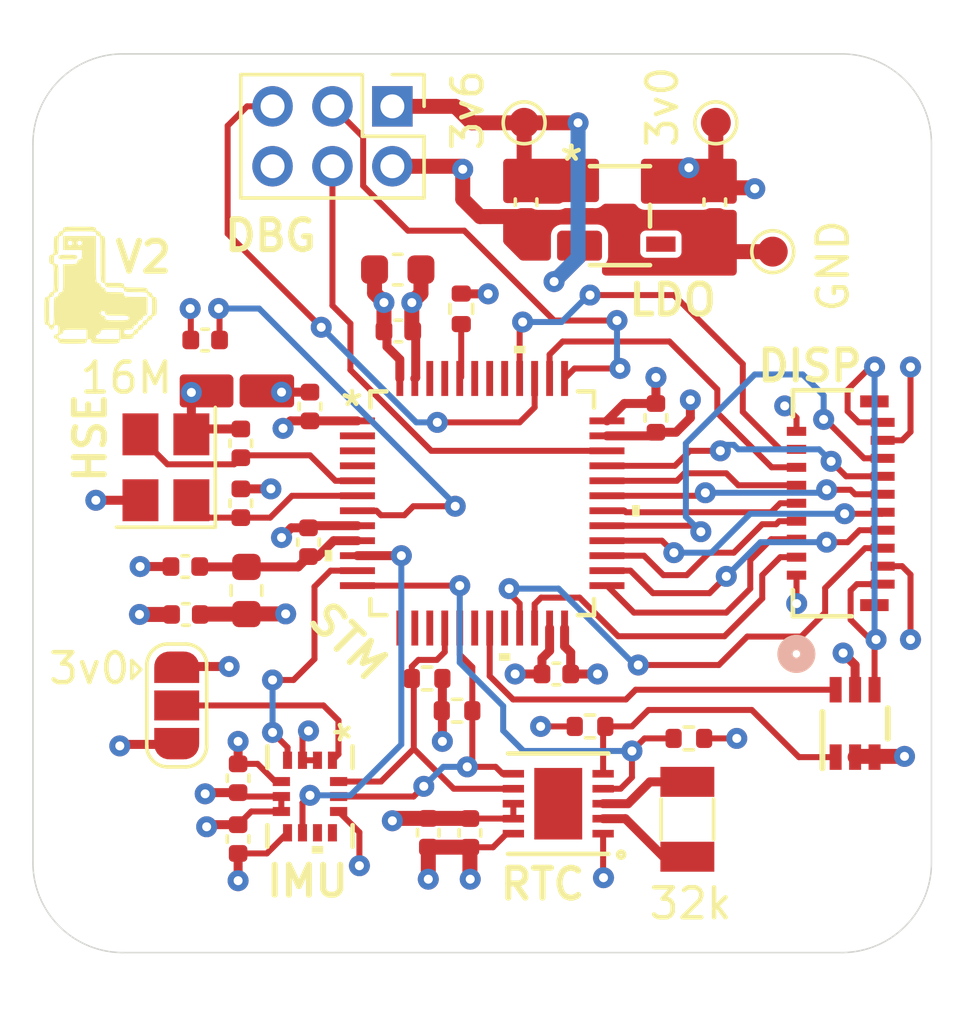
<source format=kicad_pcb>
(kicad_pcb (version 20240108) (generator "pcbnew") (generator_version "8.0")
  (layers (0 "F.Cu" signal) (1 "In1.Cu" signal) (2 "In2.Cu" power) (31 "B.Cu" signal) (34 "B.Paste" user) (35 "F.Paste" user) (36 "B.SilkS" user "B.Silkscreen") (37 "F.SilkS" user "F.Silkscreen") (38 "B.Mask" user) (39 "F.Mask" user) (44 "Edge.Cuts" user))
  (net 0 "")
  (net 1 "GND")
  (net 2 "+3V0")
  (net 3 "+3V0A")
  (net 4 "/NRST")
  (net 5 "+3V6")
  (net 6 "/HSE_Out")
  (net 7 "/HSE_In")
  (net 8 "/SI0")
  (net 9 "/XRST")
  (net 10 "/Vcom")
  (net 11 "/SI3")
  (net 12 "/DISP_SCLK")
  (net 13 "/SI7")
  (net 14 "/SI6")
  (net 15 "/SI1")
  (net 16 "/SI5")
  (net 17 "/DEN")
  (net 18 "/SI2")
  (net 19 "/ENBS")
  (net 20 "/SI4")
  (net 21 "/DBG_SWDIO")
  (net 22 "/RTC_CLKO")
  (net 23 "/DBG_SWO")
  (net 24 "/DBG_SWCLK")
  (net 25 "Net-(JP2-C)")
  (net 26 "/BOOT0")
  (net 27 "/RTC_INT")
  (net 28 "/I2C_SDA")
  (net 29 "/I2C_SCL")
  (net 33 "/IMU_INT1")
  (net 41 "unconnected-(U1-PB2-Pad20)")
  (net 42 "/IMU_INT2")
  (net 43 "/ENBG")
  (net 44 "Net-(U2-X1)")
  (net 46 "Net-(U2-X2)")
  (net 50 "/Vcom_Sel")
  (net 53 "GND_HSE")
  (footprint "Capacitor_SMD:C_0402_1005Metric" (layer "F.Cu") (at 90.75 94.55 180)
    (property "Reference" "C3" (hide yes))
    (property "Value" "100nF" (hide yes))
  )
  (footprint "MountingHole:MountingHole_2.2mm_M2" (layer "F.Cu") (at 88 112)
    (property "Reference" "H1" (hide yes))
    (property "Value" "MountingHole" (hide yes))
  )
  (footprint "MountingHole:MountingHole_2.2mm_M2" (layer "F.Cu") (at 112 88)
    (property "Reference" "H3" (hide yes))
    (property "Value" "MountingHole" (hide yes))
  )
  (footprint "Capacitor_SMD:C_0402_1005Metric" (layer "F.Cu") (at 94.2 101.3 90)
    (property "Reference" "C2" (hide yes))
    (property "Value" "10nF" (hide yes))
  )
  (footprint "Connector_PinHeader_2.00mm:PinHeader_2x03_P2.00mm_Vertical" (layer "F.Cu") (at 97 86.75 -90)
    (property "Reference" "J2" (hide yes))
    (property "Value" "DBG_Con" (hide yes))
  )
  (footprint "Capacitor_SMD:C_0402_1005Metric" (layer "F.Cu") (at 107.76525 89.950001 -90)
    (property "Reference" "C15" (hide yes))
    (property "Value" "1uF" (hide yes))
  )
  (footprint "Capacitor_SMD:C_0402_1005Metric" (layer "F.Cu") (at 91.94 100 90)
    (property "Reference" "C16" (hide yes))
    (property "Value" "10pF" (hide yes))
  )
  (footprint "Resistor_SMD:R_0402_1005Metric" (layer "F.Cu") (at 99.16 106.925)
    (property "Reference" "R5" (hide yes))
    (property "Value" "1.8K" (hide yes))
  )
  (footprint "TestPoint:TestPoint_Pad_D1.0mm" (layer "F.Cu") (at 101.4 87.3)
    (property "Reference" "TP1" (hide yes))
    (property "Value" "TestPoint" (hide yes))
  )
  (footprint "Resistor_SMD:R_0402_1005Metric" (layer "F.Cu") (at 99.3 93.51 90)
    (property "Reference" "R1" (hide yes))
    (property "Value" "10k" (hide yes))
  )
  (footprint "Capacitor_SMD:C_0402_1005Metric" (layer "F.Cu") (at 91.85 109.18 -90)
    (property "Reference" "C13" (hide yes))
    (property "Value" "100nF" (hide yes))
  )
  (footprint "Crystal:Crystal_SMD_3225-4Pin_3.2x2.5mm" (layer "F.Cu") (at 89.44 98.8 90)
    (property "Reference" "Y2" (hide yes))
    (property "Value" "16MHz" (hide yes))
  )
  (footprint "SN74LVC1G3157DCKR:DCK0006A_N" (layer "F.Cu") (at 112.45 107.35 90)
    (property "Reference" "U5" (hide yes))
    (property "Value" "SN74LVC1G3157DCKR" (hide yes))
  )
  (footprint "Capacitor_SMD:C_0603_1608Metric" (layer "F.Cu") (at 97.18 92.2)
    (property "Reference" "C9" (hide yes))
    (property "Value" "10uF" (hide yes))
  )
  (footprint "FPC 19-pin, 0.3mm pitch:CONN19_FH35C-19S-0.3SHW99_HIR" (layer "F.Cu") (at 112 100 90)
    (property "Reference" "J1" (hide yes))
    (property "Value" "FH35C-19S-0.3SHW99" (hide yes))
  )
  (footprint "MountingHole:MountingHole_2.2mm_M2" (layer "F.Cu") (at 112 112)
    (property "Reference" "H4" (hide yes))
    (property "Value" "MountingHole" (hide yes))
  )
  (footprint "MountingHole:MountingHole_2.2mm_M2" (layer "F.Cu") (at 88 88)
    (property "Reference" "H2" (hide yes))
    (property "Value" "MountingHole" (hide yes))
  )
  (footprint "STM32U031C8:LQFP48_STM-L" (layer "F.Cu") (at 100 100)
    (property "Reference" "U1" (hide yes))
    (property "Value" "STM32U031C8T6" (hide yes))
  )
  (footprint "Inductor_SMD:L_0603_1608Metric" (layer "F.Cu") (at 92.1275 102.9125 -90)
    (property "Reference" "FB1" (hide yes))
    (property "Value" "120R@100MHz" (hide yes))
  )
  (footprint "MAX31331TETB+:21-0137_T1033-1C_MXM" (layer "F.Cu") (at 102.5386 110.029999 180)
    (property "Reference" "U2" (hide yes))
    (property "Value" "MAX31331TETB+" (hide yes))
  )
  (footprint "LSM6DSRTR:LGA-14L_2P5X3X0P83_STM-L" (layer "F.Cu") (at 94.25 109.79 -90)
    (property "Reference" "U3" (hide yes))
    (property "Value" "LSM6DSRTR" (hide yes))
  )
  (footprint "Resistor_SMD:R_0402_1005Metric" (layer "F.Cu") (at 98.16 105.85 180)
    (property "Reference" "R4" (hide yes))
    (property "Value" "1.8K" (hide yes))
  )
  (footprint "Crystal:Crystal_SMD_3215-2Pin_3.2x1.5mm" (layer "F.Cu") (at 106.85 110.55 90)
    (property "Reference" "Y1" (hide yes))
    (property "Value" "32.768K" (hide yes))
  )
  (footprint "LDO 3.0V Iq=25nA:SOT23_DBV_TEX" (layer "F.Cu") (at 104.6 90.4)
    (property "Reference" "U4" (hide yes))
    (property "Value" "TPS7A0230PDBVR" (hide yes))
  )
  (footprint "Capacitor_SMD:C_0402_1005Metric" (layer "F.Cu") (at 99.59 111.005 90)
    (property "Reference" "C11" (hide yes))
    (property "Value" "100nF" (hide yes))
  )
  (footprint "Capacitor_SMD:C_0402_1005Metric" (layer "F.Cu") (at 105.8 97.15 -90)
    (property "Reference" "C6" (hide yes))
    (property "Value" "100nF" (hide yes))
  )
  (footprint "Capacitor_SMD:C_0402_1005Metric" (layer "F.Cu") (at 94.25 96.77 90)
    (property "Reference" "C4" (hide yes))
    (property "Value" "100nF" (hide yes))
  )
  (footprint "TestPoint:TestPoint_Pad_D1.0mm" (layer "F.Cu") (at 107.8 87.3)
    (property "Reference" "TP2" (hide yes))
    (property "Value" "TestPoint" (hide yes))
  )
  (footprint "Capacitor_SMD:C_0402_1005Metric" (layer "F.Cu") (at 102.475 105.7 180)
    (property "Reference" "C8" (hide yes))
    (property "Value" "100nF" (hide yes))
  )
  (footprint "Jumper:SolderJumper-3_P1.3mm_Open_RoundedPad1.0x1.5mm" (layer "F.Cu") (at 89.8 106.75 -90)
    (property "Reference" "JP2" (hide yes))
    (property "Value" "SolderJumper_3_Open" (hide yes))
  )
  (footprint "Capacitor_SMD:C_0402_1005Metric" (layer "F.Cu") (at 91.85 111.21 90)
    (property "Reference" "C12" (hide yes))
    (property "Value" "100nF" (hide yes))
  )
  (footprint "LOGO" (layer "F.Cu") (at 87.260001 92.798154)
    (property "Reference" "G***" (hide yes))
    (property "Value" "LOGO" (hide yes))
  )
  (footprint "Capacitor_SMD:C_0402_1005Metric" (layer "F.Cu") (at 91.94 98 90)
    (property "Reference" "C17" (hide yes))
    (property "Value" "10pF" (hide yes))
  )
  (footprint "TestPoint:TestPoint_Pad_D1.0mm" (layer "F.Cu") (at 109.7 91.6 180)
    (property "Reference" "TP3" (hide yes))
    (property "Value" "TestPoint" (hide yes))
  )
  (footprint "Capacitor_SMD:C_0402_1005Metric" (layer "F.Cu") (at 101.46525 89.950001 -90)
    (property "Reference" "C14" (hide yes))
    (property "Value" "1uF" (hide yes))
  )
  (footprint "Capacitor_SMD:C_0402_1005Metric" (layer "F.Cu") (at 90.0875 102.1125 180)
    (property "Reference" "C5" (hide yes))
    (property "Value" "1uF" (hide yes))
  )
  (footprint "Capacitor_SMD:C_0402_1005Metric" (layer "F.Cu") (at 90.1075 103.7125 180)
    (property "Reference" "C7" (hide yes))
    (property "Value" "1uF" (hide yes))
  )
  (footprint "Resistor_SMD:R_0402_1005Metric" (layer "F.Cu") (at 103.6 107.45 180)
    (property "Reference" "R3" (hide yes))
    (property "Value" "10k" (hide yes))
  )
  (footprint "Resistor_SMD:R_0402_1005Metric" (layer "F.Cu") (at 106.9 107.85 180)
    (property "Reference" "R2" (hide yes))
    (property "Value" "10k" (hide yes))
  )
  (footprint "Capacitor_SMD:C_0402_1005Metric" (layer "F.Cu") (at 97.2 94.25)
    (property "Reference" "C1" (hide yes))
    (property "Value" "100nF" (hide yes))
  )
  (footprint "Capacitor_SMD:C_0402_1005Metric" (layer "F.Cu") (at 98.2 111 90)
    (property "Reference" "C10" (hide yes))
    (property "Value" "1uF" (hide yes))
  )
  (gr_line (start 112 115) (end 88 115) (stroke (width 0.05)) (layer "Edge.Cuts"))
  (gr_arc (start 112 85) (mid 114.12132 85.87868) (end 115 88) (stroke (width 0.05)) (layer "Edge.Cuts"))
  (gr_line (start 115 88) (end 115 112) (stroke (width 0.05)) (layer "Edge.Cuts"))
  (gr_arc (start 115 112) (mid 114.12132 114.12132) (end 112 115) (stroke (width 0.05)) (layer "Edge.Cuts"))
  (gr_line (start 88 85) (end 112 85) (stroke (width 0.05)) (layer "Edge.Cuts"))
  (gr_line (start 85 112) (end 85 88) (stroke (width 0.05)) (layer "Edge.Cuts"))
  (gr_arc (start 88 115) (mid 85.87868 114.12132) (end 85 112) (stroke (width 0.05)) (layer "Edge.Cuts"))
  (gr_arc (start 85 88) (mid 85.87868 85.87868) (end 88 85) (stroke (width 0.05)) (layer "Edge.Cuts"))
  (gr_text "32k" (at 105.5 113.95 0) (layer "F.SilkS") (effects (font (size 1 1)) (justify left bottom)))
  (gr_text "V2" (at 87.65 92.37 0) (layer "F.SilkS") (effects (font (size 1 1) (thickness 0.2) (bold yes)) (justify left bottom)))
  (gr_text "DISP" (at 109.1 96 0) (layer "F.SilkS") (effects (font (size 1 1) (thickness 0.2) (bold yes)) (justify left bottom)))
  (gr_text "LDO" (at 104.8 93.8 0) (layer "F.SilkS") (effects (font (size 1 1) (thickness 0.2) (bold yes)) (justify left bottom)))
  (gr_text "3v6" (at 100.1 88.31 90) (layer "F.SilkS") (effects (font (size 1 1)) (justify left bottom)))
  (gr_text "STM" (at 94.01 103.92 315) (layer "F.SilkS") (effects (font (size 1 1) (thickness 0.2) (bold yes)) (justify left bottom)))
  (gr_text "DBG" (at 91.3 91.65 0) (layer "F.SilkS") (effects (font (size 1 1) (thickness 0.2) (bold yes)) (justify left bottom)))
  (gr_text "IMU" (at 92.7 113.2 0) (layer "F.SilkS") (effects (font (size 1 1) (thickness 0.2) (bold yes)) (justify left bottom)))
  (gr_text "3v0" (at 85.45 106.1 0) (layer "F.SilkS") (effects (font (size 1 1)) (justify left bottom)))
  (gr_text "16M" (at 86.5 96.4 0) (layer "F.SilkS") (effects (font (size 1 1)) (justify left bottom)))
  (gr_text "HSE" (at 87.5 99.4 90) (layer "F.SilkS") (effects (font (size 1 1) (thickness 0.2) (bold yes)) (justify left bottom)))
  (gr_text "GND" (at 112.3 93.7 90) (layer "F.SilkS") (effects (font (size 1 1)) (justify left bottom)))
  (gr_text "3v0" (at 106.6 88.2 90) (layer "F.SilkS") (effects (font (size 1 1)) (justify left bottom)))
  (gr_text "RTC" (at 100.5 113.3 0) (layer "F.SilkS") (effects (font (size 1 1) (thickness 0.2) (bold yes)) (justify left bottom)))
  (segment (start 104.0372 111.03) (end 104.0372 112.4872) (width 0.2) (layer "F.Cu") (net 1))
  (segment (start 101.995 105.7) (end 101.1 105.7) (width 0.3) (layer "F.Cu") (net 1))
  (segment (start 101.04 110.529998) (end 101.04 110.029999) (width 0.2) (layer "F.Cu") (net 1))
  (segment (start 99.31 93.01) (end 99.3 93) (width 0.3) (layer "F.Cu") (net 1))
  (segment (start 90.79 109.66) (end 90.75 109.7) (width 0.3) (layer "F.Cu") (net 1))
  (segment (start 93.2937 109.79) (end 93.2937 110.289999) (width 0.2) (layer "F.Cu") (net 1))
  (segment (start 87.95 108.05) (end 89.8 108.05) (width 0.3) (layer "F.Cu") (net 1))
  (segment (start 99.35 88.85) (end 99.25 88.75) (width 0.5) (layer "F.Cu") (net 1))
  (segment (start 114.018389 102.100001) (end 113.399289 102.100001) (width 0.2) (layer "F.Cu") (net 1))
  (segment (start 100.2 93.01) (end 99.31 93.01) (width 0.3) (layer "F.Cu") (net 1))
  (segment (start 94 108.5797) (end 94.5 108.5797) (width 0.2) (layer "F.Cu") (net 1))
  (segment (start 90.8 110.8) (end 90.87 110.73) (width 0.3) (layer "F.Cu") (net 1))
  (segment (start 105.8 97.63) (end 105.680001 97.749999) (width 0.3) (layer "F.Cu") (net 1))
  (segment (start 114.3 95.45) (end 114.3 97.618388) (width 0.2) (layer "F.Cu") (net 1))
  (segment (start 87.9 108.1) (end 87.95 108.05) (width 0.3) (layer "F.Cu") (net 1))
  (segment (start 101.995 105.18) (end 101.995 105.7) (width 0.3) (layer "F.Cu") (net 1))
  (segment (start 97.955 92.2) (end 97.955 92.995) (width 0.5) (layer "F.Cu") (net 1))
  (segment (start 101.035002 110.525) (end 101.04 110.529998) (width 0.2) (layer "F.Cu") (net 1))
  (segment (start 94 108.5797) (end 94 107.8) (width 0.2) (layer "F.Cu") (net 1))
  (segment (start 98.2 110.52) (end 99.585 110.52) (width 0.5) (layer "F.Cu") (net 1))
  (segment (start 94.2 100.82) (end 94.269999 100.750001) (width 0.3) (layer "F.Cu") (net 1))
  (segment (start 106.47 97.63) (end 106.95 97.15) (width 0.3) (layer "F.Cu") (net 1))
  (segment (start 94 107.8) (end 94.2 107.6) (width 0.2) (layer "F.Cu") (net 1))
  (segment (start 104.0372 112.4872) (end 104.05 112.5) (width 0.2) (layer "F.Cu") (net 1))
  (segment (start 112.474999 108.45) (end 112.45 108.474999) (width 0.5) (layer "F.Cu") (net 1))
  (segment (start 98.2 110.52) (end 97.08 110.52) (width 0.5) (layer "F.Cu") (net 1))
  (segment (start 97.955 92.995) (end 97.65 93.3) (width 0.5) (layer "F.Cu") (net 1))
  (segment (start 90.27 93.52) (end 90.27 94.55) (width 0.2) (layer "F.Cu") (net 1))
  (segment (start 97.78 94.2) (end 97.78 95.804399) (width 0.3) (layer "F.Cu") (net 1))
  (segment (start 107.76525 90.430001) (end 107.76525 91.16525) (width 0.5) (layer "F.Cu") (net 1))
  (segment (start 91.85 109.66) (end 90.79 109.66) (width 0.3) (layer "F.Cu") (net 1))
  (segment (start 97.65 94.22) (end 97.68 94.25) (width 0.5) (layer "F.Cu") (net 1))
  (segment (start 93.3 96.29) (end 94.25 96.29) (width 0.3) (layer "F.Cu") (net 1))
  (segment (start 114.018389 97.899999) (end 113.399289 97.899999) (width 0.2) (layer "F.Cu") (net 1))
  (segment (start 88.5775 102.1125) (end 89.6075 102.1125) (width 0.3) (layer "F.Cu") (net 1))
  (segment (start 93.3 101.145126) (end 93.625126 100.82) (width 0.3) (layer "F.Cu") (net 1))
  (segment (start 93.2937 109.79) (end 91.98 109.79) (width 0.2) (layer "F.Cu") (net 1))
  (segment (start 114.1 108.45) (end 112.474999 108.45) (width 0.5) (layer "F.Cu") (net 1))
  (segment (start 97.78 95.804399) (end 97.749999 95.8344) (width 0.3) (layer "F.Cu") (net 1))
  (segment (start 97.65 93.3) (end 97.65 94.22) (width 0.5) (layer "F.Cu") (net 1))
  (segment (start 99.930001 90.430001) (end 101.46525 90.430001) (width 0.5) (layer "F.Cu") (net 1))
  (segment (start 114.3 102.381612) (end 114.018389 102.100001) (width 0.2) (layer "F.Cu") (net 1))
  (segment (start 91.98 109.79) (end 91.85 109.66) (width 0.2) (layer "F.Cu") (net 1))
  (segment (start 93.625126 100.82) (end 94.2 100.82) (width 0.3) (layer "F.Cu") (net 1))
  (segment (start 92.290001 110.289999) (end 91.85 110.73) (width 0.2) (layer "F.Cu") (net 1))
  (segment (start 99.35 89.85) (end 99.930001 90.430001) (width 0.5) (layer "F.Cu") (net 1))
  (segment (start 99.59 110.525) (end 101.035002 110.525) (width 0.2) (layer "F.Cu") (net 1))
  (segment (start 114.3 97.618388) (end 114.018389 97.899999) (width 0.2) (layer "F.Cu") (net 1))
  (segment (start 97.08 110.52) (end 97 110.6) (width 0.5) (layer "F.Cu") (net 1))
  (segment (start 90.25 93.5) (end 90.27 93.52) (width 0.2) (layer "F.Cu") (net 1))
  (segment (start 102.250001 104.924999) (end 101.995 105.18) (width 0.3) (layer "F.Cu") (net 1))
  (segment (start 93.2937 110.289999) (end 92.290001 110.289999) (width 0.2) (layer "F.Cu") (net 1))
  (segment (start 99.25 88.75) (end 97 88.75) (width 0.5) (layer "F.Cu") (net 1))
  (segment (start 105.8 97.63) (end 106.47 97.63) (width 0.3) (layer "F.Cu") (net 1))
  (segment (start 94.269999 100.750001) (end 95.8344 100.750001) (width 0.3) (layer "F.Cu") (net 1))
  (segment (start 114.3 104.55) (end 114.3 102.381612) (width 0.2) (layer "F.Cu") (net 1))
  (segment (start 108.2 91.6) (end 109.7 91.6) (width 0.5) (layer "F.Cu") (net 1))
  (segment (start 90.87 110.73) (end 91.85 110.73) (width 0.3) (layer "F.Cu") (net 1))
  (segment (start 99.585 110.52) (end 99.59 110.525) (width 0.5) (layer "F.Cu") (net 1))
  (segment (start 106.95 97.15) (end 106.95 96.55) (width 0.3) (layer "F.Cu") (net 1))
  (segment (start 89.6275 103.7125) (end 88.5575 103.7125) (width 0.5) (layer "F.Cu") (net 1))
  (segment (start 99.35 88.85) (end 99.35 89.85) (width 0.5) (layer "F.Cu") (net 1))
  (segment (start 105.680001 97.749999) (end 104.1656 97.749999) (width 0.3) (layer "F.Cu") (net 1))
  (segment (start 102.250001 104.1656) (end 102.250001 104.924999) (width 0.3) (layer "F.Cu") (net 1))
  (segment (start 107.76525 91.16525) (end 108.2 91.6) (width 0.5) (layer "F.Cu") (net 1))
  (via (at 93.3 96.29) (size 0.7) (drill 0.3) (layers "F.Cu" "B.Cu") (net 1))
  (via (at 88.5775 102.1125) (size 0.7) (drill 0.3) (layers "F.Cu" "B.Cu") (net 1))
  (via (at 114.3 95.45) (size 0.7) (drill 0.3) (layers "F.Cu" "B.Cu") (net 1))
  (via (at 90.75 109.7) (size 0.7) (drill 0.3) (layers "F.Cu" "B.Cu") (net 1))
  (via (at 114.3 104.55) (size 0.7) (drill 0.3) (layers "F.Cu" "B.Cu") (net 1))
  (via (at 100.2 93.01) (size 0.7) (drill 0.3) (layers "F.Cu" "B.Cu") (net 1))
  (via (at 88.5575 103.7125) (size 0.7) (drill 0.3) (layers "F.Cu" "B.Cu") (net 1))
  (via (at 90.25 93.5) (size 0.7) (drill 0.3) (layers "F.Cu" "B.Cu") (net 1))
  (via (at 97 110.6) (size 0.7) (drill 0.3) (layers "F.Cu" "B.Cu") (net 1))
  (via (at 99.35 88.85) (size 0.7) (drill 0.3) (layers "F.Cu" "B.Cu") (net 1))
  (via (at 97.65 93.3) (size 0.7) (drill 0.3) (layers "F.Cu" "B.Cu") (net 1))
  (via (at 114.1 108.45) (size 0.7) (drill 0.3) (layers "F.Cu" "B.Cu") (net 1))
  (via (at 87.9 108.1) (size 0.7) (drill 0.3) (layers "F.Cu" "B.Cu") (net 1))
  (via (at 94.2 107.6) (size 0.7) (drill 0.3) (layers "F.Cu" "B.Cu") (net 1))
  (via (at 104.05 112.5) (size 0.7) (drill 0.3) (layers "F.Cu" "B.Cu") (net 1))
  (via (at 106.95 96.55) (size 0.7) (drill 0.3) (layers "F.Cu" "B.Cu") (net 1))
  (via (at 93.3 101.145126) (size 0.7) (drill 0.3) (layers "F.Cu" "B.Cu") (net 1))
  (via (at 90.8 110.8) (size 0.7) (drill 0.3) (layers "F.Cu" "B.Cu") (net 1))
  (via (at 101.1 105.7) (size 0.7) (drill 0.3) (layers "F.Cu" "B.Cu") (net 1))
  (segment (start 98.2 111.48) (end 98.2 112.55) (width 0.5) (layer "F.Cu") (net 2))
  (segment (start 95.9 112.1) (end 95.9 110.983699) (width 0.2) (layer "F.Cu") (net 2))
  (segment (start 96.72 93.3) (end 96.72 94.25) (width 0.5) (layer "F.Cu") (net 2))
  (segment (start 96.405 92.985) (end 96.72 93.3) (width 0.5) (layer "F.Cu") (net 2))
  (segment (start 110.1 96.75) (end 110.494288 97.144288) (width 0.2) (layer "F.Cu") (net 2))
  (segment (start 91.85 108.7) (end 91.85 107.95) (width 0.3) (layer "F.Cu") (net 2))
  (segment (start 92.133821 103.693679) (end 92.1275 103.7) (width 0.5) (layer "F.Cu") (net 2))
  (segment (start 102.75 104.775) (end 102.955 104.98) (width 0.3) (layer "F.Cu") (net 2))
  (segment (start 105.8 96.67) (end 104.7456 96.67) (width 0.3) (layer "F.Cu") (net 2))
  (segment (start 100.36 111.485) (end 99.59 111.485) (width 0.2) (layer "F.Cu") (net 2))
  (segment (start 106.615249 88.8) (end 107.095249 88.8) (width 0.5) (layer "F.Cu") (net 2))
  (segment (start 107.8 89.435251) (end 107.76525 89.470001) (width 0.5) (layer "F.Cu") (net 2))
  (segment (start 92.810299 111.69) (end 93.499999 111.0003) (width 0.2) (layer "F.Cu") (net 2))
  (segment (start 98.67 105.85) (end 98.67 106.905) (width 0.3) (layer "F.Cu") (net 2))
  (segment (start 99.585 111.48) (end 99.59 111.485) (width 0.5) (layer "F.Cu") (net 2))
  (segment (start 99.59 112.54) (end 99.6 112.55) (width 0.5) (layer "F.Cu") (net 2))
  (segment (start 107.41 107.85) (end 108.5 107.85) (width 0.2) (layer "F.Cu") (net 2))
  (segment (start 90.6 103.7) (end 90.5875 103.7125) (width 0.5) (layer "F.Cu") (net 2))
  (segment (start 103.09 107.45) (end 101.95 107.45) (width 0.2) (layer "F.Cu") (net 2))
  (segment (start 101.04 111.03) (end 100.815 111.03) (width 0.2) (layer "F.Cu") (net 2))
  (segment (start 98.2 111.48) (end 99.585 111.48) (width 0.5) (layer "F.Cu") (net 2))
  (segment (start 107.76525 89.470001) (end 109.070001 89.470001) (width 0.5) (layer "F.Cu") (net 2))
  (segment (start 112.05 105) (end 112.45 105.4) (width 0.3) (layer "F.Cu") (net 2))
  (segment (start 102.75 104.1656) (end 102.75 104.775) (width 0.3) (layer "F.Cu") (net 2))
  (segment (start 105.96525 89.449999) (end 106.615249 88.8) (width 0.5) (layer "F.Cu") (net 2))
  (segment (start 92.5 108.7) (end 93.090001 109.290001) (width 0.2) (layer "F.Cu") (net 2))
  (segment (start 98.67 107.95) (end 98.67 106.945) (width 0.3) (layer "F.Cu") (net 2))
  (segment (start 112.45 105.4) (end 112.45 106.224998) (width 0.3) (layer "F.Cu") (net 2))
  (segment (start 94.25 97.25) (end 93.6 97.25) (width 0.3) (layer "F.Cu") (net 2))
  (segment (start 104.7456 96.67) (end 104.1656 97.25) (width 0.3) (layer "F.Cu") (net 2))
  (segment (start 93.438122 103.693679) (end 92.133821 103.693679) (width 0.5) (layer "F.Cu") (net 2))
  (segment (start 110.494288 102.4) (end 110.494288 103.344288) (width 0.2) (layer "F.Cu") (net 2))
  (segment (start 100.815 111.03) (end 100.36 111.485) (width 0.2) (layer "F.Cu") (net 2))
  (segment (start 91.85 111.69) (end 92.810299 111.69) (width 0.2) (layer "F.Cu") (net 2))
  (segment (start 94.25 97.25) (end 95.8344 97.25) (width 0.3) (layer "F.Cu") (net 2))
  (segment (start 91.85 111.69) (end 91.85 112.6) (width 0.3) (layer "F.Cu") (net 2))
  (segment (start 98.67 106.905) (end 98.65 106.925) (width 0.3) (layer "F.Cu") (net 2))
  (segment (start 109.070001 89.470001) (end 109.1 89.5) (width 0.5) (layer "F.Cu") (net 2))
  (segment (start 107.8 87.3) (end 107.8 89.435251) (width 0.5) (layer "F.Cu") (net 2))
  (segment (start 95.9 110.983699) (end 95.2063 110.289999) (width 0.2) (layer "F.Cu") (net 2))
  (segment (start 110.494288 103.344288) (end 110.5 103.35) (width 0.2) (layer "F.Cu") (net 2))
  (segment (start 102.955 104.98) (end 102.955 105.7) (width 0.3) (layer "F.Cu") (net 2))
  (segment (start 96.82 94.77) (end 96.82 94.2) (width 0.3) (layer "F.Cu") (net 2))
  (segment (start 110.494288 97.144288) (end 110.494288 97.6) (width 0.2) (layer "F.Cu") (net 2))
  (segment (start 97.25 95.8344) (end 97.25 95.2) (width 0.3) (layer "F.Cu") (net 2))
  (segment (start 93.090001 109.290001) (end 93.2937 109.290001) (width 0.2) (layer "F.Cu") (net 2))
  (segment (start 98.67 106.945) (end 98.65 106.925) (width 0.3) (layer "F.Cu") (net 2))
  (segment (start 105.8 96.67) (end 105.8 95.8) (width 0.3) (layer "F.Cu") (net 2))
  (segment (start 97.25 95.2) (end 96.82 94.77) (width 0.3) (layer "F.Cu") (net 2))
  (segment (start 93.6 97.25) (end 93.35 97.5) (width 0.3) (layer "F.Cu") (net 2))
  (segment (start 89.8 105.45) (end 91.55 105.45) (width 0.3) (layer "F.Cu") (net 2))
  (segment (start 107.095249 88.8) (end 107.76525 89.470001) (width 0.5) (layer "F.Cu") (net 2))
  (segment (start 99.59 111.485) (end 99.59 112.54) (width 0.5) (layer "F.Cu") (net 2))
  (segment (start 103.85 105.7) (end 102.955 105.7) (width 0.3) (layer "F.Cu") (net 2))
  (segment (start 96.405 92.2) (end 96.405 92.985) (width 0.5) (layer "F.Cu") (net 2))
  (segment (start 92.1275 103.7) (end 90.6 103.7) (width 0.5) (layer "F.Cu") (net 2))
  (segment (start 91.85 108.7) (end 92.5 108.7) (width 0.2) (layer "F.Cu") (net 2))
  (via (at 99.6 112.55) (size 0.7) (drill 0.3) (layers "F.Cu" "B.Cu") (net 2))
  (via (at 112.05 105) (size 0.7) (drill 0.3) (layers "F.Cu" "B.Cu") (net 2))
  (via (at 106.9 88.8) (size 0.7) (drill 0.3) (layers "F.Cu" "B.Cu") (net 2))
  (via (at 101.95 107.45) (size 0.7) (drill 0.3) (layers "F.Cu" "B.Cu") (net 2))
  (via (at 110.1 96.75) (size 0.7) (drill 0.3) (layers "F.Cu" "B.Cu") (net 2))
  (via (at 98.2 112.55) (size 0.7) (drill 0.3) (layers "F.Cu" "B.Cu") (net 2))
  (via (at 110.5 103.35) (size 0.7) (drill 0.3) (layers "F.Cu" "B.Cu") (net 2))
  (via (at 105.8 95.8) (size 0.7) (drill 0.3) (layers "F.Cu" "B.Cu") (net 2))
  (via (at 109.1 89.5) (size 0.7) (drill 0.3) (layers "F.Cu" "B.Cu") (net 2))
  (via (at 93.438122 103.693679) (size 0.7) (drill 0.3) (layers "F.Cu" "B.Cu") (net 2))
  (via (at 91.55 105.45) (size 0.7) (drill 0.3) (layers "F.Cu" "B.Cu") (net 2))
  (via (at 103.85 105.7) (size 0.7) (drill 0.3) (layers "F.Cu" "B.Cu") (net 2))
  (via (at 96.72 93.3) (size 0.7) (drill 0.3) (layers "F.Cu" "B.Cu") (net 2))
  (via (at 98.67 107.95) (size 0.7) (drill 0.3) (layers "F.Cu" "B.Cu") (net 2))
  (via (at 91.85 107.95) (size 0.7) (drill 0.3) (layers "F.Cu" "B.Cu") (net 2))
  (via (at 93.35 97.5) (size 0.7) (drill 0.3) (layers "F.Cu" "B.Cu") (net 2))
  (via (at 91.85 112.6) (size 0.7) (drill 0.3) (layers "F.Cu" "B.Cu") (net 2))
  (via (at 108.5 107.85) (size 0.7) (drill 0.3) (layers "F.Cu" "B.Cu") (net 2))
  (via (at 95.9 112.1) (size 0.7) (drill 0.3) (layers "F.Cu" "B.Cu") (net 2))
  (segment (start 90.58 102.125) (end 90.5675 102.1125) (width 0.3) (layer "F.Cu") (net 3))
  (segment (start 94.2 101.78) (end 94.509999 101.78) (width 0.3) (layer "F.Cu") (net 3))
  (segment (start 93.855 102.125) (end 94.2 101.78) (width 0.3) (layer "F.Cu") (net 3))
  (segment (start 92.2075 102.045) (end 92.1275 102.125) (width 0.3) (layer "F.Cu") (net 3))
  (segment (start 92.1275 102.125) (end 93.855 102.125) (width 0.3) (layer "F.Cu") (net 3))
  (segment (start 95.039999 101.25) (end 95.8344 101.25) (width 0.3) (layer "F.Cu") (net 3))
  (segment (start 92.1275 102.125) (end 90.58 102.125) (width 0.3) (layer "F.Cu") (net 3))
  (segment (start 94.509999 101.78) (end 95.039999 101.25) (width 0.3) (layer "F.Cu") (net 3))
  (segment (start 91.2 93.5) (end 91.23 93.53) (width 0.2) (layer "F.Cu") (net 4))
  (segment (start 96.4686 100.25) (end 95.8344 100.25) (width 0.2) (layer "F.Cu") (net 4))
  (segment (start 97.4 100.4) (end 96.6186 100.4) (width 0.2) (layer "F.Cu") (net 4))
  (segment (start 91.23 93.53) (end 91.23 94.55) (width 0.2) (layer "F.Cu") (net 4))
  (segment (start 99.1 100.1) (end 97.7 100.1) (width 0.2) (layer "F.Cu") (net 4))
  (segment (start 97.7 100.1) (end 97.4 100.4) (width 0.2) (layer "F.Cu") (net 4))
  (segment (start 96.6186 100.4) (end 96.4686 100.25) (width 0.2) (layer "F.Cu") (net 4))
  (via (at 91.2 93.5) (size 0.7) (drill 0.3) (layers "F.Cu" "B.Cu") (net 4))
  (via (at 99.1 100.1) (size 0.7) (drill 0.3) (layers "F.Cu" "B.Cu") (net 4))
  (segment (start 99.1 100.05) (end 99.1 100.1) (width 0.2) (layer "B.Cu") (net 4))
  (segment (start 92.55 93.5) (end 99.1 100.05) (width 0.2) (layer "B.Cu") (net 4))
  (segment (start 91.2 93.5) (end 92.55 93.5) (width 0.2) (layer "B.Cu") (net 4))
  (segment (start 101.4 89.404751) (end 101.46525 89.470001) (width 0.5) (layer "F.Cu") (net 5))
  (segment (start 101.4 87.3) (end 99.65 87.3) (width 0.5) (layer "F.Cu") (net 5))
  (segment (start 99.65 87.3) (end 99.1 86.75) (width 0.5) (layer "F.Cu") (net 5))
  (segment (start 103.23475 91.76525) (end 102.4 92.6) (width 0.5) (layer "F.Cu") (net 5))
  (segment (start 103.2 87.3) (end 101.4 87.3) (width 0.5) (layer "F.Cu") (net 5))
  (segment (start 101.4 87.3) (end 101.4 89.404751) (width 0.5) (layer "F.Cu") (net 5))
  (segment (start 99.1 86.75) (end 97 86.75) (width 0.5) (layer "F.Cu") (net 5))
  (segment (start 103.23475 91.350001) (end 103.23475 91.76525) (width 0.5) (layer "F.Cu") (net 5))
  (via (at 102.4 92.6) (size 0.7) (drill 0.3) (layers "F.Cu" "B.Cu") (net 5))
  (via (at 103.2 87.3) (size 0.7) (drill 0.3) (layers "F.Cu" "B.Cu") (net 5))
  (segment (start 103.2 91.8) (end 103.2 87.3) (width 0.5) (layer "B.Cu") (net 5))
  (segment (start 102.4 92.6) (end 103.2 91.8) (width 0.5) (layer "B.Cu") (net 5))
  (segment (start 91.94 100.48) (end 90.87 100.48) (width 0.2) (layer "F.Cu") (net 6))
  (segment (start 90.87 100.48) (end 90.29 99.9) (width 0.2) (layer "F.Cu") (net 6))
  (segment (start 93.65 99.75) (end 92.92 100.48) (width 0.2) (layer "F.Cu") (net 6))
  (segment (start 95.8344 99.75) (end 93.65 99.75) (width 0.2) (layer "F.Cu") (net 6))
  (segment (start 92.92 100.48) (end 91.94 100.48) (width 0.2) (layer "F.Cu") (net 6))
  (segment (start 95.8344 99.249999) (end 95.099999 99.249999) (width 0.2) (layer "F.Cu") (net 7))
  (segment (start 95.099999 99.249999) (end 94.25 98.4) (width 0.2) (layer "F.Cu") (net 7))
  (segment (start 88.59 97.8) (end 88.59 97.7) (width 0.2) (layer "F.Cu") (net 7))
  (segment (start 94.25 98.4) (end 92.02 98.4) (width 0.2) (layer "F.Cu") (net 7))
  (segment (start 92.02 98.4) (end 91.94 98.48) (width 0.2) (layer "F.Cu") (net 7))
  (segment (start 91.72 98.7) (end 89.49 98.7) (width 0.2) (layer "F.Cu") (net 7))
  (segment (start 91.94 98.48) (end 91.72 98.7) (width 0.2) (layer "F.Cu") (net 7))
  (segment (start 89.49 98.7) (end 88.59 97.8) (width 0.2) (layer "F.Cu") (net 7))
  (segment (start 107.95 98.25) (end 106.934314 98.25) (width 0.2) (layer "F.Cu") (net 8))
  (segment (start 111.65 98.6) (end 112.149999 99.099999) (width 0.2) (layer "F.Cu") (net 8))
  (segment (start 106.934314 98.25) (end 106.434314 98.75) (width 0.2) (layer "F.Cu") (net 8))
  (segment (start 106.434314 98.75) (end 104.1656 98.75) (width 0.2) (layer "F.Cu") (net 8))
  (segment (start 112.149999 99.099999) (end 113.399289 99.099999) (width 0.2) (layer "F.Cu") (net 8))
  (via (at 111.65 98.6) (size 0.7) (drill 0.3) (layers "F.Cu" "B.Cu") (net 8))
  (via (at 107.95 98.25) (size 0.7) (drill 0.3) (layers "F.Cu" "B.Cu") (net 8))
  (segment (start 108.15 98.05) (end 107.95 98.25) (width 0.2) (layer "B.Cu") (net 8))
  (segment (start 108.55 98.2) (end 108.4 98.05) (width 0.2) (layer "B.Cu") (net 8))
  (segment (start 111.25 98.2) (end 108.55 98.2) (width 0.2) (layer "B.Cu") (net 8))
  (segment (start 108.4 98.05) (end 108.15 98.05) (width 0.2) (layer "B.Cu") (net 8))
  (segment (start 111.65 98.6) (end 111.25 98.2) (width 0.2) (layer "B.Cu") (net 8))
  (segment (start 111.45 103.65) (end 111.45 102.830189) (width 0.2) (layer "F.Cu") (net 9))
  (segment (start 100.9 103) (end 100.9 102.85) (width 0.2) (layer "F.Cu") (net 9))
  (segment (start 101.25 104.1656) (end 101.25 103.35) (width 0.2) (layer "F.Cu") (net 9))
  (segment (start 105.21 105.4) (end 107.9 105.4) (width 0.2) (layer "F.Cu") (net 9))
  (segment (start 110.65 104.45) (end 111.45 103.65) (width 0.2) (layer "F.Cu") (net 9))
  (segment (start 107.9 105.4) (end 108.85 104.45) (width 0.2) (layer "F.Cu") (net 9))
  (segment (start 108.85 104.45) (end 110.65 104.45) (width 0.2) (layer "F.Cu") (net 9))
  (segment (start 111.45 102.830189) (end 112.780189 101.5) (width 0.2) (layer "F.Cu") (net 9))
  (segment (start 112.780189 101.5) (end 113.399289 101.5) (width 0.2) (layer "F.Cu") (net 9))
  (segment (start 101.25 103.35) (end 100.9 103) (width 0.2) (layer "F.Cu") (net 9))
  (via (at 100.9 102.85) (size 0.7) (drill 0.3) (layers "F.Cu" "B.Cu") (net 9))
  (via (at 105.21 105.4) (size 0.7) (drill 0.3) (layers "F.Cu" "B.Cu") (net 9))
  (segment (start 105.21 105.4) (end 105.1 105.4) (width 0.2) (layer "B.Cu") (net 9))
  (segment (start 102.55 102.85) (end 100.9 102.85) (width 0.2) (layer "B.Cu") (net 9))
  (segment (start 105.1 105.4) (end 102.55 102.85) (width 0.2) (layer "B.Cu") (net 9))
  (segment (start 112.3 102.911986) (end 112.511986 102.7) (width 0.2) (layer "F.Cu") (net 10))
  (segment (start 113.15 104.55) (end 112.96199 104.55) (width 0.2) (layer "F.Cu") (net 10))
  (segment (start 112.2 96.930761) (end 112.569239 97.3) (width 0.2) (layer "F.Cu") (net 10))
  (segment (start 113.1 95.45) (end 112.96199 95.45) (width 0.2) (layer "F.Cu") (net 10))
  (segment (start 112.96199 95.45) (end 112.2 96.21199) (width 0.2) (layer "F.Cu") (net 10))
  (segment (start 113.099999 106.224998) (end 113.099999 104.600001) (width 0.2) (layer "F.Cu") (net 10))
  (segment (start 112.2 96.21199) (end 112.2 96.930761) (width 0.2) (layer "F.Cu") (net 10))
  (segment (start 112.511986 102.7) (end 113.399289 102.7) (width 0.2) (layer "F.Cu") (net 10))
  (segment (start 112.96199 104.55) (end 112.3 103.88801) (width 0.2) (layer "F.Cu") (net 10))
  (segment (start 113.099999 104.600001) (end 113.15 104.55) (width 0.2) (layer "F.Cu") (net 10))
  (segment (start 112.3 103.88801) (end 112.3 102.911986) (width 0.2) (layer "F.Cu") (net 10))
  (segment (start 112.569239 97.3) (end 113.399289 97.3) (width 0.2) (layer "F.Cu") (net 10))
  (via (at 113.1 95.45) (size 0.7) (drill 0.3) (layers "F.Cu" "B.Cu") (net 10))
  (via (at 113.15 104.55) (size 0.7) (drill 0.3) (layers "F.Cu" "B.Cu") (net 10))
  (segment (start 113.15 104.55) (end 113.1 104.5) (width 0.2) (layer "B.Cu") (net 10))
  (segment (start 113.1 104.5) (end 113.1 95.45) (width 0.2) (layer "B.Cu") (net 10))
  (segment (start 109.65 100.3) (end 104.8 100.3) (width 0.2) (layer "F.Cu") (net 11))
  (segment (start 109.95 100) (end 109.65 100.3) (width 0.2) (layer "F.Cu") (net 11))
  (segment (start 104.8 100.3) (end 104.75 100.25) (width 0.2) (layer "F.Cu") (net 11))
  (segment (start 110.494288 100) (end 109.95 100) (width 0.2) (layer "F.Cu") (net 11))
  (segment (start 104.75 100.25) (end 104.1656 100.25) (width 0.2) (layer "F.Cu") (net 11))
  (segment (start 111.4 97.2) (end 111.45 97.2) (width 0.2) (layer "F.Cu") (net 12))
  (segment (start 111.45 97.2) (end 112.75 98.5) (width 0.2) (layer "F.Cu") (net 12))
  (segment (start 112.75 98.5) (end 113.399289 98.5) (width 0.2) (layer "F.Cu") (net 12))
  (segment (start 107.100001 100.750001) (end 107.3 100.95) (width 0.2) (layer "F.Cu") (net 12))
  (segment (start 104.1656 100.750001) (end 107.100001 100.750001) (width 0.2) (layer "F.Cu") (net 12))
  (via (at 111.4 97.2) (size 0.7) (drill 0.3) (layers "F.Cu" "B.Cu") (net 12))
  (via (at 107.3 100.95) (size 0.7) (drill 0.3) (layers "F.Cu" "B.Cu") (net 12))
  (segment (start 110.7 95.7) (end 109.1 95.7) (width 0.2) (layer "B.Cu") (net 12))
  (segment (start 111.4 96.4) (end 110.7 95.7) (width 0.2) (layer "B.Cu") (net 12))
  (segment (start 106.8 100.45) (end 107.3 100.95) (width 0.2) (layer "B.Cu") (net 12))
  (segment (start 109.1 95.7) (end 106.8 98) (width 0.2) (layer "B.Cu") (net 12))
  (segment (start 111.4 97.2) (end 111.4 96.4) (width 0.2) (layer "B.Cu") (net 12))
  (segment (start 106.8 98) (end 106.8 100.45) (width 0.2) (layer "B.Cu") (net 12))
  (segment (start 108.15 103.65) (end 108.95 102.85) (width 0.2) (layer "F.Cu") (net 13))
  (segment (start 104.1656 102.75) (end 105.0656 103.65) (width 0.2) (layer "F.Cu") (net 13))
  (segment (start 109.65 101.2) (end 110.494288 101.2) (width 0.2) (layer "F.Cu") (net 13))
  (segment (start 105.0656 103.65) (end 108.15 103.65) (width 0.2) (layer "F.Cu") (net 13))
  (segment (start 108.95 102.85) (end 108.95 101.9) (width 0.2) (layer "F.Cu") (net 13))
  (segment (start 108.95 101.9) (end 109.65 101.2) (width 0.2) (layer "F.Cu") (net 13))
  (segment (start 112.2 101.3) (end 112.599999 100.900001) (width 0.2) (layer "F.Cu") (net 14))
  (segment (start 104.950001 102.250001) (end 104.1656 102.250001) (width 0.2) (layer "F.Cu") (net 14))
  (segment (start 111.5 101.3) (end 112.2 101.3) (width 0.2) (layer "F.Cu") (net 14))
  (segment (start 107.590381 103) (end 105.7 103) (width 0.2) (layer "F.Cu") (net 14))
  (segment (start 105.7 103) (end 104.950001 102.250001) (width 0.2) (layer "F.Cu") (net 14))
  (segment (start 112.599999 100.900001) (end 113.399289 100.900001) (width 0.2) (layer "F.Cu") (net 14))
  (segment (start 108.15 102.440381) (end 107.590381 103) (width 0.2) (layer "F.Cu") (net 14))
  (via (at 111.5 101.3) (size 0.7) (drill 0.3) (layers "F.Cu" "B.Cu") (net 14))
  (via (at 108.15 102.440381) (size 0.7) (drill 0.3) (layers "F.Cu" "B.Cu") (net 14))
  (segment (start 109.290381 101.3) (end 111.5 101.3) (width 0.2) (layer "B.Cu") (net 14))
  (segment (start 108.15 102.440381) (end 109.290381 101.3) (width 0.2) (layer "B.Cu") (net 14))
  (segment (start 106.75 99) (end 106.500001 99.249999) (width 0.2) (layer "F.Cu") (net 15))
  (segment (start 110.494288 99.400001) (end 108.550001 99.400001) (width 0.2) (layer "F.Cu") (net 15))
  (segment (start 108.15 99) (end 106.75 99) (width 0.2) (layer "F.Cu") (net 15))
  (segment (start 106.500001 99.249999) (end 104.1656 99.249999) (width 0.2) (layer "F.Cu") (net 15))
  (segment (start 108.550001 99.400001) (end 108.15 99) (width 0.2) (layer "F.Cu") (net 15))
  (segment (start 106.828984 102.4) (end 106.05 102.4) (width 0.2) (layer "F.Cu") (net 16))
  (segment (start 109.915687 100.599999) (end 109.815686 100.7) (width 0.2) (layer "F.Cu") (net 16))
  (segment (start 106.05 102.4) (end 105.399999 101.749999) (width 0.2) (layer "F.Cu") (net 16))
  (segment (start 107.578984 101.65) (end 106.828984 102.4) (width 0.2) (layer "F.Cu") (net 16))
  (segment (start 109.35 100.7) (end 108.4 101.65) (width 0.2) (layer "F.Cu") (net 16))
  (segment (start 105.399999 101.749999) (end 104.1656 101.749999) (width 0.2) (layer "F.Cu") (net 16))
  (segment (start 110.494288 100.599999) (end 109.915687 100.599999) (width 0.2) (layer "F.Cu") (net 16))
  (segment (start 109.815686 100.7) (end 109.35 100.7) (width 0.2) (layer "F.Cu") (net 16))
  (segment (start 108.4 101.65) (end 107.578984 101.65) (width 0.2) (layer "F.Cu") (net 16))
  (segment (start 109.665381 98.8) (end 107.85 96.984619) (width 0.2) (layer "F.Cu") (net 17))
  (segment (start 106.25 94.6) (end 102.6859 94.6) (width 0.2) (layer "F.Cu") (net 17))
  (segment (start 107.85 96.984619) (end 107.85 96.2) (width 0.2) (layer "F.Cu") (net 17))
  (segment (start 107.85 96.2) (end 106.25 94.6) (width 0.2) (layer "F.Cu") (net 17))
  (segment (start 102.250001 95.035899) (end 102.250001 95.8344) (width 0.2) (layer "F.Cu") (net 17))
  (segment (start 102.6859 94.6) (end 102.250001 95.035899) (width 0.2) (layer "F.Cu") (net 17))
  (segment (start 110.494288 98.8) (end 109.665381 98.8) (width 0.2) (layer "F.Cu") (net 17))
  (segment (start 112.450001 99.700001) (end 113.399289 99.700001) (width 0.2) (layer "F.Cu") (net 18))
  (segment (start 107.45 99.65) (end 107.35 99.75) (width 0.2) (layer "F.Cu") (net 18))
  (segment (start 112.3 99.55) (end 112.450001 99.700001) (width 0.2) (layer "F.Cu") (net 18))
  (segment (start 111.5 99.55) (end 112.3 99.55) (width 0.2) (layer "F.Cu") (net 18))
  (segment (start 107.35 99.75) (end 104.1656 99.75) (width 0.2) (layer "F.Cu") (net 18))
  (via (at 107.45 99.65) (size 0.7) (drill 0.3) (layers "F.Cu" "B.Cu") (net 18))
  (via (at 111.5 99.55) (size 0.7) (drill 0.3) (layers "F.Cu" "B.Cu") (net 18))
  (segment (start 107.45 99.65) (end 111.4 99.65) (width 0.2) (layer "B.Cu") (net 18))
  (segment (start 111.4 99.65) (end 111.5 99.55) (width 0.2) (layer "B.Cu") (net 18))
  (segment (start 101.967101 103.15) (end 101.749999 103.367102) (width 0.2) (layer "F.Cu") (net 19))
  (segment (start 101.749999 103.367102) (end 101.749999 104.1656) (width 0.2) (layer "F.Cu") (net 19))
  (segment (start 109.951388 101.799999) (end 109.35 102.401387) (width 0.2) (layer "F.Cu") (net 19))
  (segment (start 103.25 103.15) (end 101.967101 103.15) (width 0.2) (layer "F.Cu") (net 19))
  (segment (start 108.09 104.44) (end 104.54 104.44) (width 0.2) (layer "F.Cu") (net 19))
  (segment (start 109.35 102.401387) (end 109.35 103.18) (width 0.2) (layer "F.Cu") (net 19))
  (segment (start 110.494288 101.799999) (end 109.951388 101.799999) (width 0.2) (layer "F.Cu") (net 19))
  (segment (start 109.35 103.18) (end 108.09 104.44) (width 0.2) (layer "F.Cu") (net 19))
  (segment (start 104.54 104.44) (end 103.25 103.15) (width 0.2) (layer "F.Cu") (net 19))
  (segment (start 112.1 100.35) (end 113.349288 100.35) (width 0.2) (layer "F.Cu") (net 20))
  (segment (start 113.349288 100.35) (end 113.399289 100.299999) (width 0.2) (layer "F.Cu") (net 20))
  (segment (start 106.4 101.65) (end 106 101.25) (width 0.2) (layer "F.Cu") (net 20))
  (segment (start 106 101.25) (end 104.1656 101.25) (width 0.2) (layer "F.Cu") (net 20))
  (via (at 106.4 101.65) (size 0.7) (drill 0.3) (layers "F.Cu" "B.Cu") (net 20))
  (via (at 112.1 100.35) (size 0.7) (drill 0.3) (layers "F.Cu" "B.Cu") (net 20))
  (segment (start 108.95 100.35) (end 112.1 100.35) (width 0.2) (layer "B.Cu") (net 20))
  (segment (start 106.4 101.65) (end 107.65 101.65) (width 0.2) (layer "B.Cu") (net 20))
  (segment (start 107.65 101.65) (end 108.95 100.35) (width 0.2) (layer "B.Cu") (net 20))
  (segment (start 95.6 94) (end 95.6 95.55) (width 0.2) (layer "F.Cu") (net 21))
  (segment (start 98.300001 98.250001) (end 104.1656 98.250001) (width 0.2) (layer "F.Cu") (net 21))
  (segment (start 95.6 95.55) (end 98.300001 98.250001) (width 0.2) (layer "F.Cu") (net 21))
  (segment (start 95 88.75) (end 95 93.4) (width 0.2) (layer "F.Cu") (net 21))
  (segment (start 95 93.4) (end 95.6 94) (width 0.2) (layer "F.Cu") (net 21))
  (segment (start 104.0372 107.5228) (end 104.11 107.45) (width 0.2) (layer "F.Cu") (net 22))
  (segment (start 105.55 106.9) (end 109 106.9) (width 0.2) (layer "F.Cu") (net 22))
  (segment (start 110.574999 108.474999) (end 111.799999 108.474999) (width 0.2) (layer "F.Cu") (net 22))
  (segment (start 109 106.9) (end 110.574999 108.474999) (width 0.2) (layer "F.Cu") (net 22))
  (segment (start 105 107.45) (end 105.55 106.9) (width 0.2) (layer "F.Cu") (net 22))
  (segment (start 104.0372 109.029998) (end 104.0372 107.5228) (width 0.2) (layer "F.Cu") (net 22))
  (segment (start 104.06 109.007198) (end 104.0372 109.029998) (width 0.2) (layer "F.Cu") (net 22))
  (segment (start 104.11 107.45) (end 105 107.45) (width 0.2) (layer "F.Cu") (net 22))
  (segment (start 94.625 94.125) (end 91.5 91) (width 0.2) (layer "F.Cu") (net 23))
  (segment (start 91.5 87.4) (end 92.15 86.75) (width 0.2) (layer "F.Cu") (net 23))
  (segment (start 101.749999 95.8344) (end 101.749999 96.800001) (width 0.2) (layer "F.Cu") (net 23))
  (segment (start 91.5 91) (end 91.5 87.4) (width 0.2) (layer "F.Cu") (net 23))
  (segment (start 92.15 86.75) (end 93 86.75) (width 0.2) (layer "F.Cu") (net 23))
  (segment (start 101.749999 96.800001) (end 101.25 97.3) (width 0.2) (layer "F.Cu") (net 23))
  (segment (start 101.25 97.3) (end 98.5 97.3) (width 0.2) (layer "F.Cu") (net 23))
  (via (at 94.625 94.125) (size 0.7) (drill 0.3) (layers "F.Cu" "B.Cu") (net 23))
  (via (at 98.5 97.3) (size 0.7) (drill 0.3) (layers "F.Cu" "B.Cu") (net 23))
  (segment (start 94.625 94.125) (end 97.8 97.3) (width 0.2) (layer "B.Cu") (net 23))
  (segment (start 97.8 97.3) (end 98.5 97.3) (width 0.2) (layer "B.Cu") (net 23))
  (segment (start 96.025 87.775) (end 95 86.75) (width 0.2) (layer "F.Cu") (net 24))
  (segment (start 103.0844 95.5) (end 102.75 95.8344) (width 0.2) (layer "F.Cu") (net 24))
  (segment (start 99.4 90.9) (end 97.521141 90.9) (width 0.2) (layer "F.Cu") (net 24))
  (segment (start 97.521141 90.9) (end 96.025 89.403859) (width 0.2) (layer "F.Cu") (net 24))
  (segment (start 96.025 89.403859) (end 96.025 87.775) (width 0.2) (layer "F.Cu") (net 24))
  (segment (start 104.6 95.5) (end 103.0844 95.5) (width 0.2) (layer "F.Cu") (net 24))
  (segment (start 102.4 93.9) (end 99.4 90.9) (width 0.2) (layer "F.Cu") (net 24))
  (segment (start 104.5 93.9) (end 102.4 93.9) (width 0.2) (layer "F.Cu") (net 24))
  (via (at 104.6 95.5) (size 0.7) (drill 0.3) (layers "F.Cu" "B.Cu") (net 24))
  (via (at 104.5 93.9) (size 0.7) (drill 0.3) (layers "F.Cu" "B.Cu") (net 24))
  (segment (start 104.6 95.5) (end 104.5 95.4) (width 0.2) (layer "B.Cu") (net 24))
  (segment (start 104.5 95.4) (end 104.5 93.9) (width 0.2) (layer "B.Cu") (net 24))
  (segment (start 95.2 107.25) (end 95.2 108.379701) (width 0.2) (layer "F.Cu") (net 25))
  (segment (start 94.7 106.75) (end 89.8 106.75) (width 0.2) (layer "F.Cu") (net 25))
  (segment (start 95.2 108.379701) (end 95.000001 108.5797) (width 0.2) (layer "F.Cu") (net 25))
  (segment (start 94.7 106.75) (end 95.2 107.25) (width 0.2) (layer "F.Cu") (net 25))
  (segment (start 99.3 94.02) (end 99.3 95.784399) (width 0.2) (layer "F.Cu") (net 26))
  (segment (start 99.3 95.784399) (end 99.249999 95.8344) (width 0.2) (layer "F.Cu") (net 26))
  (segment (start 95.8344 102.75) (end 99.25 102.75) (width 0.2) (layer "F.Cu") (net 27))
  (segment (start 105.42 107.85) (end 106.39 107.85) (width 0.2) (layer "F.Cu") (net 27))
  (segment (start 105 109.149798) (end 104.619798 109.53) (width 0.2) (layer "F.Cu") (net 27))
  (segment (start 105 108.27) (end 105 109.149798) (width 0.2) (layer "F.Cu") (net 27))
  (segment (start 104.619798 109.53) (end 104.0372 109.53) (width 0.2) (layer "F.Cu") (net 27))
  (segment (start 105 108.27) (end 105.42 107.85) (width 0.2) (layer "F.Cu") (net 27))
  (via (at 105 108.27) (size 0.7) (drill 0.3) (layers "F.Cu" "B.Cu") (net 27))
  (via (at 99.25 102.75) (size 0.7) (drill 0.3) (layers "F.Cu" "B.Cu") (net 27))
  (segment (start 100.7 107.59) (end 100.7 106.77) (width 0.2) (layer "B.Cu") (net 27))
  (segment (start 101.38 108.27) (end 100.7 107.59) (width 0.2) (layer "B.Cu") (net 27))
  (segment (start 100.7 106.77) (end 99.25 105.32) (width 0.2) (layer "B.Cu") (net 27))
  (segment (start 99.25 105.32) (end 99.25 102.75) (width 0.2) (layer "B.Cu") (net 27))
  (segment (start 105 108.27) (end 101.38 108.27) (width 0.2) (layer "B.Cu") (net 27))
  (segment (start 97.65 105.45) (end 97.87 105.23) (width 0.2) (layer "F.Cu") (net 28))
  (segment (start 98.75 104.964101) (end 98.75 104.1656) (width 0.2) (layer "F.Cu") (net 28))
  (segment (start 97.71554 105.91554) (end 97.65 105.85) (width 0.2) (layer "F.Cu") (net 28))
  (segment (start 97.65 105.85) (end 97.65 105.45) (width 0.2) (layer "F.Cu") (net 28))
  (segment (start 101.04 109.53) (end 99.049239 109.53) (width 0.2) (layer "F.Cu") (net 28))
  (segment (start 98.484101 105.23) (end 98.75 104.964101) (width 0.2) (layer "F.Cu") (net 28))
  (segment (start 99.049239 109.53) (end 97.71554 108.196301) (width 0.2) (layer "F.Cu") (net 28))
  (segment (start 95.2063 109.290001) (end 96.62184 109.290001) (width 0.2) (layer "F.Cu") (net 28))
  (segment (start 97.87 105.23) (end 98.484101 105.23) (width 0.2) (layer "F.Cu") (net 28))
  (segment (start 96.62184 109.290001) (end 97.71554 108.196301) (width 0.2) (layer "F.Cu") (net 28))
  (segment (start 97.71554 108.196301) (end 97.71554 105.91554) (width 0.2) (layer "F.Cu") (net 28))
  (segment (start 99.67 106.925) (end 99.67 105.47) (width 0.2) (layer "F.Cu") (net 29))
  (segment (start 99.249999 105.049999) (end 99.249999 104.1656) (width 0.2) (layer "F.Cu") (net 29))
  (segment (start 100.45 108.8) (end 99.5 108.8) (width 0.2) (layer "F.Cu") (net 29))
  (segment (start 97.71 109.79) (end 98.05 109.45) (width 0.2) (layer "F.Cu") (net 29))
  (segment (start 99.67 106.925) (end 99.67 108.63) (width 0.2) (layer "F.Cu") (net 29))
  (segment (start 100.679998 109.029998) (end 100.45 108.8) (width 0.2) (layer "F.Cu") (net 29))
  (segment (start 95.2063 109.79) (end 97.71 109.79) (width 0.2) (layer "F.Cu") (net 29))
  (segment (start 99.67 108.63) (end 99.5 108.8) (width 0.2) (layer "F.Cu") (net 29))
  (segment (start 99.67 105.47) (end 99.249999 105.049999) (width 0.2) (layer "F.Cu") (net 29))
  (segment (start 101.04 109.029998) (end 100.679998 109.029998) (width 0.2) (layer "F.Cu") (net 29))
  (via (at 98.05 109.45) (size 0.7) (drill 0.3) (layers "F.Cu" "B.Cu") (net 29))
  (via (at 99.5 108.8) (size 0.7) (drill 0.3) (layers "F.Cu" "B.Cu") (net 29))
  (segment (start 98.7 108.8) (end 98.05 109.45) (width 0.2) (layer "B.Cu") (net 29))
  (segment (start 99.5 108.8) (end 98.7 108.8) (width 0.2) (layer "B.Cu") (net 29))
  (segment (start 93.499999 108.5797) (end 93.499999 108.149999) (width 0.2) (layer "F.Cu") (net 33))
  (segment (start 93.499999 108.149999) (end 93 107.65) (width 0.2) (layer "F.Cu") (net 33))
  (segment (start 94.4 102.7859) (end 94.935899 102.250001) (width 0.2) (layer "F.Cu") (net 33))
  (segment (start 94.935899 102.250001) (end 95.8344 102.250001) (width 0.2) (layer "F.Cu") (net 33))
  (segment (start 93.7 105.9) (end 94.4 105.2) (width 0.2) (layer "F.Cu") (net 33))
  (segment (start 93 105.9) (end 93.7 105.9) (width 0.2) (layer "F.Cu") (net 33))
  (segment (start 94.4 105.2) (end 94.4 102.7859) (width 0.2) (layer "F.Cu") (net 33))
  (via (at 93 107.65) (size 0.7) (drill 0.3) (layers "F.Cu" "B.Cu") (net 33))
  (via (at 93 105.9) (size 0.7) (drill 0.3) (layers "F.Cu" "B.Cu") (net 33))
  (segment (start 93 107.65) (end 93 105.9) (width 0.2) (layer "B.Cu") (net 33))
  (segment (start 100.750001 104.1656) (end 100.75 104.165601) (width 0.2) (layer "F.Cu") (net 41))
  (segment (start 95.8344 101.749999) (end 97.299999 101.749999) (width 0.3) (layer "F.Cu") (net 42))
  (segment (start 94.25 109.75) (end 94 110) (width 0.2) (layer "F.Cu") (net 42))
  (segment (start 97.299999 101.749999) (end 97.3 101.75) (width 0.3) (layer "F.Cu") (net 42))
  (segment (start 94 110) (end 94 111.0003) (width 0.2) (layer "F.Cu") (net 42))
  (via (at 94.25 109.75) (size 0.7) (drill 0.3) (layers "F.Cu" "B.Cu") (net 42))
  (via (at 97.3 101.75) (size 0.7) (drill 0.3) (layers "F.Cu" "B.Cu") (net 42))
  (segment (start 94.25 109.75) (end 95.6 109.75) (width 0.2) (layer "B.Cu") (net 42))
  (segment (start 95.6 109.75) (end 97.3 108.05) (width 0.2) (layer "B.Cu") (net 42))
  (segment (start 97.3 108.05) (end 97.3 101.75) (width 0.2) (layer "B.Cu") (net 42))
  (segment (start 103.6 93.05) (end 106.4 93.05) (width 0.2) (layer "F.Cu") (net 43))
  (segment (start 101.25 94.05) (end 101.25 95.8344) (width 0.2) (layer "F.Cu") (net 43))
  (segment (start 109.951388 98.200001) (end 110.494288 98.200001) (width 0.2) (layer "F.Cu") (net 43))
  (segment (start 108.7 96.948613) (end 109.951388 98.200001) (width 0.2) (layer "F.Cu") (net 43))
  (segment (start 106.4 93.05) (end 108.7 95.35) (width 0.2) (layer "F.Cu") (net 43))
  (segment (start 108.7 95.35) (end 108.7 96.948613) (width 0.2) (layer "F.Cu") (net 43))
  (segment (start 101.35 93.95) (end 101.25 94.05) (width 0.2) (layer "F.Cu") (net 43))
  (via (at 103.6 93.05) (size 0.7) (drill 0.3) (layers "F.Cu" "B.Cu") (net 43))
  (via (at 101.35 93.95) (size 0.7) (drill 0.3) (layers "F.Cu" "B.Cu") (net 43))
  (segment (start 102.65 93.95) (end 101.35 93.95) (width 0.2) (layer "B.Cu") (net 43))
  (segment (start 103.55 93.05) (end 102.65 93.95) (width 0.2) (layer "B.Cu") (net 43))
  (segment (start 103.6 93.05) (end 103.55 93.05) (width 0.2) (layer "B.Cu") (net 43))
  (segment (start 105.6 109.3) (end 106.85 109.3) (width 0.3) (layer "F.Cu") (net 44))
  (segment (start 104.870001 110.029999) (end 105.6 109.3) (width 0.3) (layer "F.Cu") (net 44))
  (segment (start 104.0372 110.029999) (end 104.870001 110.029999) (width 0.3) (layer "F.Cu") (net 44))
  (segment (start 104.779998 110.529998) (end 106.05 111.8) (width 0.3) (layer "F.Cu") (net 46))
  (segment (start 106.05 111.8) (end 106.85 111.8) (width 0.3) (layer "F.Cu") (net 46))
  (segment (start 104.0372 110.529998) (end 104.779998 110.529998) (width 0.3) (layer "F.Cu") (net 46))
  (segment (start 100.25 105.769239) (end 101.030761 106.55) (width 0.2) (layer "F.Cu") (net 50))
  (segment (start 104.8 106.55) (end 105.125002 106.224998) (width 0.2) (layer "F.Cu") (net 50))
  (segment (start 105.125002 106.224998) (end 111.799999 106.224998) (width 0.2) (layer "F.Cu") (net 50))
  (segment (start 101.030761 106.55) (end 104.8 106.55) (width 0.2) (layer "F.Cu") (net 50))
  (segment (start 100.25 104.1656) (end 100.25 105.769239) (width 0.2) (layer "F.Cu") (net 50))
  (segment (start 91.94 97.52) (end 90.47 97.52) (width 0.3) (layer "F.Cu") (net 53))
  (segment (start 92.945 99.52) (end 91.94 99.52) (width 0.3) (layer "F.Cu") (net 53))
  (segment (start 90.29 96.3) (end 90.29 97.7) (width 0.3) (layer "F.Cu") (net 53))
  (segment (start 90.29 97.7) (end 90.47 97.52) (width 0.3) (layer "F.Cu") (net 53))
  (segment (start 88.59 99.9) (end 87.1 99.9) (width 0.3) (layer "F.Cu") (net 53))
  (via (at 90.29 96.3) (size 0.7) (drill 0.3) (layers "F.Cu" "B.Cu") (net 53))
  (via (at 87.1 99.9) (size 0.7) (drill 0.3) (layers "F.Cu" "B.Cu") (net 53))
  (via (at 92.945 99.52) (size 0.7) (drill 0.3) (layers "F.Cu" "B.Cu") (net 53))
  (segment (start 92.945 99.52) (end 93.08 99.52) (width 0.3) (layer "B.Cu") (net 53))
  (zone (net 53) (net_name "GND_HSE") (layer "F.Cu") (priority 6) (connect_pads yes (clearance 0.2)) (min_thickness 0.25) (fill yes (thermal_gap 0.5) (thermal_bridge_width 0.5))
    (polygon (pts (xy 91.6 96.8) (xy 89.9 96.8) (xy 89.9 95.7) (xy 91.6 95.7) (xy 91.7 95.8) (xy 91.7 96.7)))
  )
  (zone (net 5) (net_name "+3V6") (layer "F.Cu") (priority 3) (connect_pads yes (clearance 0.2)) (min_thickness 0.25) (fill yes (thermal_gap 0.5) (thermal_bridge_width 0.5))
    (polygon (pts (xy 102.5 91.9) (xy 102.5 91) (xy 102.6 90.9) (xy 103.9 90.9) (xy 104 91) (xy 104 91.9)))
  )
  (zone (net 2) (net_name "+3V0") (layer "F.Cu") (priority 4) (connect_pads yes (clearance 0.2)) (min_thickness 0.25) (fill yes (thermal_gap 0.5) (thermal_bridge_width 0.5))
    (polygon (pts (xy 108.5 90) (xy 108.5 88.5) (xy 105.3 88.5) (xy 105.3 90)))
  )
  (zone (net 1) (net_name "GND") (layer "F.Cu") (priority 6) (connect_pads yes (clearance 0.2)) (min_thickness 0.25) (fill yes (thermal_gap 0.5) (thermal_bridge_width 0.5))
    (polygon (pts (xy 92 95.7) (xy 93.72 95.7) (xy 93.72 96.8) (xy 92 96.8) (xy 91.9 96.7) (xy 91.9 95.8)))
  )
  (zone (net 5) (net_name "+3V6") (layer "F.Cu") (priority 2) (connect_pads yes (clearance 0.2)) (min_thickness 0.25) (fill yes (thermal_gap 0.5) (thermal_bridge_width 0.5))
    (polygon (pts (xy 100.7 88.5) (xy 100.7 90) (xy 103.9 90) (xy 103.9 88.5)))
  )
  (zone (net 1) (net_name "GND") (layer "F.Cu") (priority 1) (connect_pads yes (clearance 0.2)) (min_thickness 0.25) (fill yes (thermal_gap 0.5) (thermal_bridge_width 0.5))
    (polygon (pts (xy 103.9 90.9) (xy 104 91) (xy 104 92.4) (xy 108.5 92.4) (xy 108.5 90) (xy 100.7 90) (xy 100.7 91.3) (xy 101.3 91.9) (xy 102.5 91.9) (xy 102.5 91) (xy 102.6 90.9)))
  )
)
</source>
